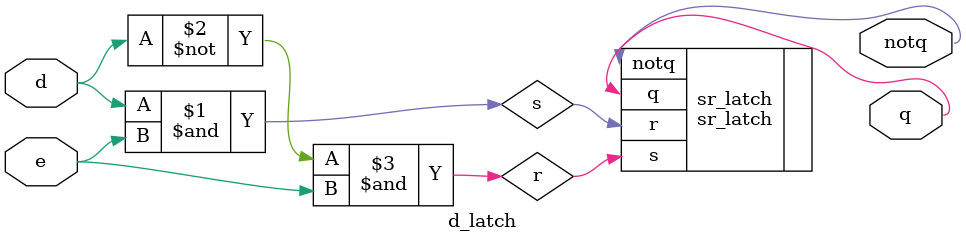
<source format=v>
`include "srlatch.v"

module d_latch
(
    input d,
    input e,
    output q,
    output notq
);
    
    wire r; 
    wire s;

    and(s, d, e);
    and(r, ~d, e);

    sr_latch sr_latch(.s(r), .r(s), .q(q), .notq(notq));

endmodule

</source>
